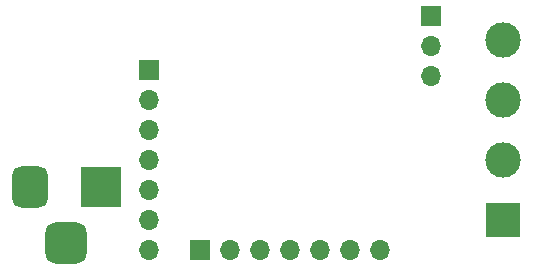
<source format=gbr>
%TF.GenerationSoftware,KiCad,Pcbnew,(6.0.9)*%
%TF.CreationDate,2023-01-18T13:19:17+01:00*%
%TF.ProjectId,WLED_All-in-one_ESP32_Controller,574c4544-5f41-46c6-9c2d-696e2d6f6e65,rev?*%
%TF.SameCoordinates,Original*%
%TF.FileFunction,Soldermask,Bot*%
%TF.FilePolarity,Negative*%
%FSLAX46Y46*%
G04 Gerber Fmt 4.6, Leading zero omitted, Abs format (unit mm)*
G04 Created by KiCad (PCBNEW (6.0.9)) date 2023-01-18 13:19:17*
%MOMM*%
%LPD*%
G01*
G04 APERTURE LIST*
G04 Aperture macros list*
%AMRoundRect*
0 Rectangle with rounded corners*
0 $1 Rounding radius*
0 $2 $3 $4 $5 $6 $7 $8 $9 X,Y pos of 4 corners*
0 Add a 4 corners polygon primitive as box body*
4,1,4,$2,$3,$4,$5,$6,$7,$8,$9,$2,$3,0*
0 Add four circle primitives for the rounded corners*
1,1,$1+$1,$2,$3*
1,1,$1+$1,$4,$5*
1,1,$1+$1,$6,$7*
1,1,$1+$1,$8,$9*
0 Add four rect primitives between the rounded corners*
20,1,$1+$1,$2,$3,$4,$5,0*
20,1,$1+$1,$4,$5,$6,$7,0*
20,1,$1+$1,$6,$7,$8,$9,0*
20,1,$1+$1,$8,$9,$2,$3,0*%
G04 Aperture macros list end*
%ADD10R,3.500000X3.500000*%
%ADD11RoundRect,0.750000X-0.750000X-1.000000X0.750000X-1.000000X0.750000X1.000000X-0.750000X1.000000X0*%
%ADD12RoundRect,0.875000X-0.875000X-0.875000X0.875000X-0.875000X0.875000X0.875000X-0.875000X0.875000X0*%
%ADD13R,3.000000X3.000000*%
%ADD14C,3.000000*%
%ADD15R,1.700000X1.700000*%
%ADD16O,1.700000X1.700000*%
G04 APERTURE END LIST*
D10*
%TO.C,J2*%
X139192000Y-94488000D03*
D11*
X133192000Y-94488000D03*
D12*
X136192000Y-99188000D03*
%TD*%
D13*
%TO.C,J3*%
X173228000Y-97282000D03*
D14*
X173228000Y-92202000D03*
X173228000Y-87122000D03*
X173228000Y-82042000D03*
%TD*%
D15*
%TO.C,J4*%
X167132000Y-80010000D03*
D16*
X167132000Y-82550000D03*
X167132000Y-85090000D03*
%TD*%
D15*
%TO.C,J1*%
X147569000Y-99822000D03*
D16*
X150109000Y-99822000D03*
X152649000Y-99822000D03*
X155189000Y-99822000D03*
X157729000Y-99822000D03*
X160269000Y-99822000D03*
X162809000Y-99822000D03*
%TD*%
D15*
%TO.C,J5*%
X143256000Y-84577000D03*
D16*
X143256000Y-87117000D03*
X143256000Y-89657000D03*
X143256000Y-92197000D03*
X143256000Y-94737000D03*
X143256000Y-97277000D03*
X143256000Y-99817000D03*
%TD*%
M02*

</source>
